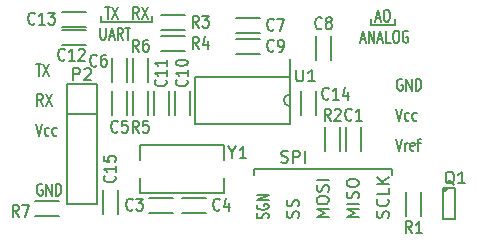
<source format=gbr>
G04 #@! TF.FileFunction,Legend,Top*
%FSLAX46Y46*%
G04 Gerber Fmt 4.6, Leading zero omitted, Abs format (unit mm)*
G04 Created by KiCad (PCBNEW 4.0.1-stable) date 8/1/2016 6:35:50 PM*
%MOMM*%
G01*
G04 APERTURE LIST*
%ADD10C,0.100000*%
%ADD11C,0.177800*%
%ADD12C,0.200000*%
%ADD13C,0.190500*%
%ADD14C,0.150000*%
%ADD15C,0.203200*%
G04 APERTURE END LIST*
D10*
D11*
X33092571Y9446381D02*
X33346571Y8430381D01*
X33600571Y9446381D01*
X33854572Y8430381D02*
X33854572Y9107714D01*
X33854572Y8914190D02*
X33890857Y9010952D01*
X33927143Y9059333D01*
X33999714Y9107714D01*
X34072286Y9107714D01*
X34616571Y8478762D02*
X34544000Y8430381D01*
X34398857Y8430381D01*
X34326286Y8478762D01*
X34290000Y8575524D01*
X34290000Y8962571D01*
X34326286Y9059333D01*
X34398857Y9107714D01*
X34544000Y9107714D01*
X34616571Y9059333D01*
X34652857Y8962571D01*
X34652857Y8865810D01*
X34290000Y8769048D01*
X34870571Y9107714D02*
X35160857Y9107714D01*
X34979429Y8430381D02*
X34979429Y9301238D01*
X35015714Y9398000D01*
X35088286Y9446381D01*
X35160857Y9446381D01*
X33092571Y11986381D02*
X33346571Y10970381D01*
X33600571Y11986381D01*
X34181143Y11018762D02*
X34108572Y10970381D01*
X33963429Y10970381D01*
X33890857Y11018762D01*
X33854572Y11067143D01*
X33818286Y11163905D01*
X33818286Y11454190D01*
X33854572Y11550952D01*
X33890857Y11599333D01*
X33963429Y11647714D01*
X34108572Y11647714D01*
X34181143Y11599333D01*
X34834286Y11018762D02*
X34761715Y10970381D01*
X34616572Y10970381D01*
X34544000Y11018762D01*
X34507715Y11067143D01*
X34471429Y11163905D01*
X34471429Y11454190D01*
X34507715Y11550952D01*
X34544000Y11599333D01*
X34616572Y11647714D01*
X34761715Y11647714D01*
X34834286Y11599333D01*
X33600571Y14478000D02*
X33528000Y14526381D01*
X33419143Y14526381D01*
X33310286Y14478000D01*
X33237714Y14381238D01*
X33201429Y14284476D01*
X33165143Y14090952D01*
X33165143Y13945810D01*
X33201429Y13752286D01*
X33237714Y13655524D01*
X33310286Y13558762D01*
X33419143Y13510381D01*
X33491714Y13510381D01*
X33600571Y13558762D01*
X33636857Y13607143D01*
X33636857Y13945810D01*
X33491714Y13945810D01*
X33963429Y13510381D02*
X33963429Y14526381D01*
X34398857Y13510381D01*
X34398857Y14526381D01*
X34761715Y13510381D02*
X34761715Y14526381D01*
X34943143Y14526381D01*
X35052000Y14478000D01*
X35124572Y14381238D01*
X35160857Y14284476D01*
X35197143Y14090952D01*
X35197143Y13945810D01*
X35160857Y13752286D01*
X35124572Y13655524D01*
X35052000Y13558762D01*
X34943143Y13510381D01*
X34761715Y13510381D01*
X30117143Y17864667D02*
X30480000Y17864667D01*
X30044571Y17574381D02*
X30298571Y18590381D01*
X30552571Y17574381D01*
X30806572Y17574381D02*
X30806572Y18590381D01*
X31242000Y17574381D01*
X31242000Y18590381D01*
X31568572Y17864667D02*
X31931429Y17864667D01*
X31496000Y17574381D02*
X31750000Y18590381D01*
X32004000Y17574381D01*
X32620858Y17574381D02*
X32258001Y17574381D01*
X32258001Y18590381D01*
X33020000Y18590381D02*
X33165143Y18590381D01*
X33237715Y18542000D01*
X33310286Y18445238D01*
X33346572Y18251714D01*
X33346572Y17913048D01*
X33310286Y17719524D01*
X33237715Y17622762D01*
X33165143Y17574381D01*
X33020000Y17574381D01*
X32947429Y17622762D01*
X32874858Y17719524D01*
X32838572Y17913048D01*
X32838572Y18251714D01*
X32874858Y18445238D01*
X32947429Y18542000D01*
X33020000Y18590381D01*
X34072286Y18542000D02*
X33999715Y18590381D01*
X33890858Y18590381D01*
X33782001Y18542000D01*
X33709429Y18445238D01*
X33673144Y18348476D01*
X33636858Y18154952D01*
X33636858Y18009810D01*
X33673144Y17816286D01*
X33709429Y17719524D01*
X33782001Y17622762D01*
X33890858Y17574381D01*
X33963429Y17574381D01*
X34072286Y17622762D01*
X34108572Y17671143D01*
X34108572Y18009810D01*
X33963429Y18009810D01*
D12*
X33020000Y19050000D02*
X33020000Y19558000D01*
X30988000Y19050000D02*
X33020000Y19050000D01*
X30988000Y19558000D02*
X30988000Y19050000D01*
D11*
X8454571Y20622381D02*
X8890000Y20622381D01*
X8672286Y19606381D02*
X8672286Y20622381D01*
X9071428Y20622381D02*
X9579428Y19606381D01*
X9579428Y20622381D02*
X9071428Y19606381D01*
D12*
X12446000Y19304000D02*
X12446000Y19812000D01*
X8128000Y19304000D02*
X12446000Y19304000D01*
X8128000Y19812000D02*
X8128000Y19304000D01*
D11*
X31387143Y19642667D02*
X31750000Y19642667D01*
X31314571Y19352381D02*
X31568571Y20368381D01*
X31822571Y19352381D01*
X32221714Y20368381D02*
X32366857Y20368381D01*
X32439429Y20320000D01*
X32512000Y20223238D01*
X32548286Y20029714D01*
X32548286Y19691048D01*
X32512000Y19497524D01*
X32439429Y19400762D01*
X32366857Y19352381D01*
X32221714Y19352381D01*
X32149143Y19400762D01*
X32076572Y19497524D01*
X32040286Y19691048D01*
X32040286Y20029714D01*
X32076572Y20223238D01*
X32149143Y20320000D01*
X32221714Y20368381D01*
X11284857Y19606381D02*
X11030857Y20090190D01*
X10849429Y19606381D02*
X10849429Y20622381D01*
X11139714Y20622381D01*
X11212286Y20574000D01*
X11248571Y20525619D01*
X11284857Y20428857D01*
X11284857Y20283714D01*
X11248571Y20186952D01*
X11212286Y20138571D01*
X11139714Y20090190D01*
X10849429Y20090190D01*
X11538857Y20622381D02*
X12046857Y19606381D01*
X12046857Y20622381D02*
X11538857Y19606381D01*
X8055429Y18844381D02*
X8055429Y18021905D01*
X8091714Y17925143D01*
X8128000Y17876762D01*
X8200571Y17828381D01*
X8345714Y17828381D01*
X8418286Y17876762D01*
X8454571Y17925143D01*
X8490857Y18021905D01*
X8490857Y18844381D01*
X8817429Y18118667D02*
X9180286Y18118667D01*
X8744857Y17828381D02*
X8998857Y18844381D01*
X9252857Y17828381D01*
X9942286Y17828381D02*
X9688286Y18312190D01*
X9506858Y17828381D02*
X9506858Y18844381D01*
X9797143Y18844381D01*
X9869715Y18796000D01*
X9906000Y18747619D01*
X9942286Y18650857D01*
X9942286Y18505714D01*
X9906000Y18408952D01*
X9869715Y18360571D01*
X9797143Y18312190D01*
X9506858Y18312190D01*
X10160000Y18844381D02*
X10595429Y18844381D01*
X10377715Y17828381D02*
X10377715Y18844381D01*
X2612571Y15796381D02*
X3048000Y15796381D01*
X2830286Y14780381D02*
X2830286Y15796381D01*
X3229428Y15796381D02*
X3737428Y14780381D01*
X3737428Y15796381D02*
X3229428Y14780381D01*
X3156857Y12240381D02*
X2902857Y12724190D01*
X2721429Y12240381D02*
X2721429Y13256381D01*
X3011714Y13256381D01*
X3084286Y13208000D01*
X3120571Y13159619D01*
X3156857Y13062857D01*
X3156857Y12917714D01*
X3120571Y12820952D01*
X3084286Y12772571D01*
X3011714Y12724190D01*
X2721429Y12724190D01*
X3410857Y13256381D02*
X3918857Y12240381D01*
X3918857Y13256381D02*
X3410857Y12240381D01*
X2612571Y10716381D02*
X2866571Y9700381D01*
X3120571Y10716381D01*
X3701143Y9748762D02*
X3628572Y9700381D01*
X3483429Y9700381D01*
X3410857Y9748762D01*
X3374572Y9797143D01*
X3338286Y9893905D01*
X3338286Y10184190D01*
X3374572Y10280952D01*
X3410857Y10329333D01*
X3483429Y10377714D01*
X3628572Y10377714D01*
X3701143Y10329333D01*
X4354286Y9748762D02*
X4281715Y9700381D01*
X4136572Y9700381D01*
X4064000Y9748762D01*
X4027715Y9797143D01*
X3991429Y9893905D01*
X3991429Y10184190D01*
X4027715Y10280952D01*
X4064000Y10329333D01*
X4136572Y10377714D01*
X4281715Y10377714D01*
X4354286Y10329333D01*
X3120571Y5588000D02*
X3048000Y5636381D01*
X2939143Y5636381D01*
X2830286Y5588000D01*
X2757714Y5491238D01*
X2721429Y5394476D01*
X2685143Y5200952D01*
X2685143Y5055810D01*
X2721429Y4862286D01*
X2757714Y4765524D01*
X2830286Y4668762D01*
X2939143Y4620381D01*
X3011714Y4620381D01*
X3120571Y4668762D01*
X3156857Y4717143D01*
X3156857Y5055810D01*
X3011714Y5055810D01*
X3483429Y4620381D02*
X3483429Y5636381D01*
X3918857Y4620381D01*
X3918857Y5636381D01*
X4281715Y4620381D02*
X4281715Y5636381D01*
X4463143Y5636381D01*
X4572000Y5588000D01*
X4644572Y5491238D01*
X4680857Y5394476D01*
X4717143Y5200952D01*
X4717143Y5055810D01*
X4680857Y4862286D01*
X4644572Y4765524D01*
X4572000Y4668762D01*
X4463143Y4620381D01*
X4281715Y4620381D01*
D13*
X23343810Y7462762D02*
X23488953Y7414381D01*
X23730857Y7414381D01*
X23827619Y7462762D01*
X23876000Y7511143D01*
X23924381Y7607905D01*
X23924381Y7704667D01*
X23876000Y7801429D01*
X23827619Y7849810D01*
X23730857Y7898190D01*
X23537334Y7946571D01*
X23440572Y7994952D01*
X23392191Y8043333D01*
X23343810Y8140095D01*
X23343810Y8236857D01*
X23392191Y8333619D01*
X23440572Y8382000D01*
X23537334Y8430381D01*
X23779238Y8430381D01*
X23924381Y8382000D01*
X24359810Y7414381D02*
X24359810Y8430381D01*
X24746857Y8430381D01*
X24843619Y8382000D01*
X24892000Y8333619D01*
X24940381Y8236857D01*
X24940381Y8091714D01*
X24892000Y7994952D01*
X24843619Y7946571D01*
X24746857Y7898190D01*
X24359810Y7898190D01*
X25375810Y7414381D02*
X25375810Y8430381D01*
D12*
X32766000Y6858000D02*
X32766000Y6350000D01*
X21082000Y6858000D02*
X32766000Y6858000D01*
X21082000Y6350000D02*
X21082000Y6858000D01*
D13*
X32415238Y2733524D02*
X32463619Y2878667D01*
X32463619Y3120571D01*
X32415238Y3217333D01*
X32366857Y3265714D01*
X32270095Y3314095D01*
X32173333Y3314095D01*
X32076571Y3265714D01*
X32028190Y3217333D01*
X31979810Y3120571D01*
X31931429Y2927048D01*
X31883048Y2830286D01*
X31834667Y2781905D01*
X31737905Y2733524D01*
X31641143Y2733524D01*
X31544381Y2781905D01*
X31496000Y2830286D01*
X31447619Y2927048D01*
X31447619Y3168952D01*
X31496000Y3314095D01*
X32366857Y4330095D02*
X32415238Y4281714D01*
X32463619Y4136571D01*
X32463619Y4039809D01*
X32415238Y3894667D01*
X32318476Y3797905D01*
X32221714Y3749524D01*
X32028190Y3701143D01*
X31883048Y3701143D01*
X31689524Y3749524D01*
X31592762Y3797905D01*
X31496000Y3894667D01*
X31447619Y4039809D01*
X31447619Y4136571D01*
X31496000Y4281714D01*
X31544381Y4330095D01*
X32463619Y5249333D02*
X32463619Y4765524D01*
X31447619Y4765524D01*
X32463619Y5588000D02*
X31447619Y5588000D01*
X32463619Y6168571D02*
X31883048Y5733143D01*
X31447619Y6168571D02*
X32028190Y5588000D01*
X29923619Y2781905D02*
X28907619Y2781905D01*
X29633333Y3120571D01*
X28907619Y3459238D01*
X29923619Y3459238D01*
X29923619Y3943048D02*
X28907619Y3943048D01*
X29875238Y4378477D02*
X29923619Y4523620D01*
X29923619Y4765524D01*
X29875238Y4862286D01*
X29826857Y4910667D01*
X29730095Y4959048D01*
X29633333Y4959048D01*
X29536571Y4910667D01*
X29488190Y4862286D01*
X29439810Y4765524D01*
X29391429Y4572001D01*
X29343048Y4475239D01*
X29294667Y4426858D01*
X29197905Y4378477D01*
X29101143Y4378477D01*
X29004381Y4426858D01*
X28956000Y4475239D01*
X28907619Y4572001D01*
X28907619Y4813905D01*
X28956000Y4959048D01*
X28907619Y5588001D02*
X28907619Y5781524D01*
X28956000Y5878286D01*
X29052762Y5975048D01*
X29246286Y6023429D01*
X29584952Y6023429D01*
X29778476Y5975048D01*
X29875238Y5878286D01*
X29923619Y5781524D01*
X29923619Y5588001D01*
X29875238Y5491239D01*
X29778476Y5394477D01*
X29584952Y5346096D01*
X29246286Y5346096D01*
X29052762Y5394477D01*
X28956000Y5491239D01*
X28907619Y5588001D01*
X27383619Y2781905D02*
X26367619Y2781905D01*
X27093333Y3120571D01*
X26367619Y3459238D01*
X27383619Y3459238D01*
X26367619Y4136572D02*
X26367619Y4330095D01*
X26416000Y4426857D01*
X26512762Y4523619D01*
X26706286Y4572000D01*
X27044952Y4572000D01*
X27238476Y4523619D01*
X27335238Y4426857D01*
X27383619Y4330095D01*
X27383619Y4136572D01*
X27335238Y4039810D01*
X27238476Y3943048D01*
X27044952Y3894667D01*
X26706286Y3894667D01*
X26512762Y3943048D01*
X26416000Y4039810D01*
X26367619Y4136572D01*
X27335238Y4959048D02*
X27383619Y5104191D01*
X27383619Y5346095D01*
X27335238Y5442857D01*
X27286857Y5491238D01*
X27190095Y5539619D01*
X27093333Y5539619D01*
X26996571Y5491238D01*
X26948190Y5442857D01*
X26899810Y5346095D01*
X26851429Y5152572D01*
X26803048Y5055810D01*
X26754667Y5007429D01*
X26657905Y4959048D01*
X26561143Y4959048D01*
X26464381Y5007429D01*
X26416000Y5055810D01*
X26367619Y5152572D01*
X26367619Y5394476D01*
X26416000Y5539619D01*
X27383619Y5975048D02*
X26367619Y5975048D01*
X24795238Y2733524D02*
X24843619Y2878667D01*
X24843619Y3120571D01*
X24795238Y3217333D01*
X24746857Y3265714D01*
X24650095Y3314095D01*
X24553333Y3314095D01*
X24456571Y3265714D01*
X24408190Y3217333D01*
X24359810Y3120571D01*
X24311429Y2927048D01*
X24263048Y2830286D01*
X24214667Y2781905D01*
X24117905Y2733524D01*
X24021143Y2733524D01*
X23924381Y2781905D01*
X23876000Y2830286D01*
X23827619Y2927048D01*
X23827619Y3168952D01*
X23876000Y3314095D01*
X24795238Y3701143D02*
X24843619Y3846286D01*
X24843619Y4088190D01*
X24795238Y4184952D01*
X24746857Y4233333D01*
X24650095Y4281714D01*
X24553333Y4281714D01*
X24456571Y4233333D01*
X24408190Y4184952D01*
X24359810Y4088190D01*
X24311429Y3894667D01*
X24263048Y3797905D01*
X24214667Y3749524D01*
X24117905Y3701143D01*
X24021143Y3701143D01*
X23924381Y3749524D01*
X23876000Y3797905D01*
X23827619Y3894667D01*
X23827619Y4136571D01*
X23876000Y4281714D01*
X22255238Y2685143D02*
X22303619Y2794000D01*
X22303619Y2975429D01*
X22255238Y3048000D01*
X22206857Y3084286D01*
X22110095Y3120571D01*
X22013333Y3120571D01*
X21916571Y3084286D01*
X21868190Y3048000D01*
X21819810Y2975429D01*
X21771429Y2830286D01*
X21723048Y2757714D01*
X21674667Y2721429D01*
X21577905Y2685143D01*
X21481143Y2685143D01*
X21384381Y2721429D01*
X21336000Y2757714D01*
X21287619Y2830286D01*
X21287619Y3011714D01*
X21336000Y3120571D01*
X21336000Y3846285D02*
X21287619Y3773714D01*
X21287619Y3664857D01*
X21336000Y3556000D01*
X21432762Y3483428D01*
X21529524Y3447143D01*
X21723048Y3410857D01*
X21868190Y3410857D01*
X22061714Y3447143D01*
X22158476Y3483428D01*
X22255238Y3556000D01*
X22303619Y3664857D01*
X22303619Y3737428D01*
X22255238Y3846285D01*
X22206857Y3882571D01*
X21868190Y3882571D01*
X21868190Y3737428D01*
X22303619Y4209143D02*
X21287619Y4209143D01*
X22303619Y4644571D01*
X21287619Y4644571D01*
D14*
X24066000Y14700000D02*
X24066000Y16200000D01*
X23566000Y12700000D02*
G75*
G03X24066000Y12200000I500000J0D01*
G01*
X24066000Y13200000D02*
G75*
G03X23566000Y12700000I0J-500000D01*
G01*
X24066000Y14700000D02*
X24066000Y10700000D01*
X24066000Y10700000D02*
X16066000Y10700000D01*
X16066000Y10700000D02*
X16066000Y14700000D01*
X16066000Y14700000D02*
X24066000Y14700000D01*
X30099000Y8382000D02*
X30099000Y10414000D01*
X28829000Y8382000D02*
X28829000Y10414000D01*
X12192000Y3175000D02*
X14224000Y3175000D01*
X12192000Y4445000D02*
X14224000Y4445000D01*
X17018000Y4445000D02*
X14986000Y4445000D01*
X17018000Y3175000D02*
X14986000Y3175000D01*
X9017000Y13462000D02*
X9017000Y11430000D01*
X10287000Y13462000D02*
X10287000Y11430000D01*
X9017000Y16256000D02*
X9017000Y14224000D01*
X10287000Y16256000D02*
X10287000Y14224000D01*
X21590000Y19685000D02*
X19558000Y19685000D01*
X21590000Y18415000D02*
X19558000Y18415000D01*
X26289000Y18161000D02*
X26289000Y16129000D01*
X27559000Y18161000D02*
X27559000Y16129000D01*
X21590000Y17907000D02*
X19558000Y17907000D01*
X21590000Y16637000D02*
X19558000Y16637000D01*
X14351000Y13462000D02*
X14351000Y11430000D01*
X15621000Y13462000D02*
X15621000Y11430000D01*
X12573000Y13462000D02*
X12573000Y11430000D01*
X13843000Y13462000D02*
X13843000Y11430000D01*
X6858000Y18669000D02*
X4826000Y18669000D01*
X6858000Y17399000D02*
X4826000Y17399000D01*
X6858000Y20193000D02*
X4826000Y20193000D01*
X6858000Y18923000D02*
X4826000Y18923000D01*
X5207000Y11557000D02*
X5207000Y3937000D01*
X5207000Y3937000D02*
X7747000Y3937000D01*
X7747000Y3937000D02*
X7747000Y11557000D01*
X7747000Y14097000D02*
X7747000Y11557000D01*
X7747000Y11557000D02*
X5207000Y11557000D01*
X5207000Y11557000D02*
X5207000Y14097000D01*
X7747000Y14097000D02*
X5207000Y14097000D01*
X37400550Y5113020D02*
G75*
G03X37400550Y5113020I-159070J0D01*
G01*
X38100000Y2667000D02*
X37084000Y2667000D01*
X38100000Y5270500D02*
X37084000Y5270500D01*
X37084000Y2667000D02*
X37084000Y5270500D01*
X38100000Y5270500D02*
X38100000Y2667000D01*
X35179000Y2921000D02*
X35179000Y4953000D01*
X33909000Y2921000D02*
X33909000Y4953000D01*
X27051000Y10414000D02*
X27051000Y8382000D01*
X28321000Y10414000D02*
X28321000Y8382000D01*
X13208000Y18669000D02*
X15240000Y18669000D01*
X13208000Y19939000D02*
X15240000Y19939000D01*
X13208000Y16891000D02*
X15240000Y16891000D01*
X13208000Y18161000D02*
X15240000Y18161000D01*
X12065000Y11430000D02*
X12065000Y13462000D01*
X10795000Y11430000D02*
X10795000Y13462000D01*
X12065000Y14224000D02*
X12065000Y16256000D01*
X10795000Y14224000D02*
X10795000Y16256000D01*
X25019000Y13462000D02*
X25019000Y11430000D01*
X26289000Y13462000D02*
X26289000Y11430000D01*
X11430000Y7620000D02*
X11430000Y8890000D01*
X11430000Y8890000D02*
X18542000Y8890000D01*
X18542000Y8890000D02*
X18542000Y7620000D01*
X18542000Y6096000D02*
X18542000Y4826000D01*
X18542000Y4826000D02*
X11430000Y4826000D01*
X11430000Y4826000D02*
X11430000Y6096000D01*
X9525000Y3048000D02*
X9525000Y5080000D01*
X8255000Y3048000D02*
X8255000Y5080000D01*
X4572000Y4191000D02*
X2540000Y4191000D01*
X4572000Y2921000D02*
X2540000Y2921000D01*
X24638095Y15279619D02*
X24638095Y14470095D01*
X24685714Y14374857D01*
X24733333Y14327238D01*
X24828571Y14279619D01*
X25019048Y14279619D01*
X25114286Y14327238D01*
X25161905Y14374857D01*
X25209524Y14470095D01*
X25209524Y15279619D01*
X26209524Y14279619D02*
X25638095Y14279619D01*
X25923809Y14279619D02*
X25923809Y15279619D01*
X25828571Y15136762D01*
X25733333Y15041524D01*
X25638095Y14993905D01*
D15*
X29315834Y11067143D02*
X29273500Y11018762D01*
X29146500Y10970381D01*
X29061834Y10970381D01*
X28934834Y11018762D01*
X28850167Y11115524D01*
X28807834Y11212286D01*
X28765500Y11405810D01*
X28765500Y11550952D01*
X28807834Y11744476D01*
X28850167Y11841238D01*
X28934834Y11938000D01*
X29061834Y11986381D01*
X29146500Y11986381D01*
X29273500Y11938000D01*
X29315834Y11889619D01*
X30162500Y10970381D02*
X29654500Y10970381D01*
X29908500Y10970381D02*
X29908500Y11986381D01*
X29823834Y11841238D01*
X29739167Y11744476D01*
X29654500Y11696095D01*
X10773834Y3447143D02*
X10731500Y3398762D01*
X10604500Y3350381D01*
X10519834Y3350381D01*
X10392834Y3398762D01*
X10308167Y3495524D01*
X10265834Y3592286D01*
X10223500Y3785810D01*
X10223500Y3930952D01*
X10265834Y4124476D01*
X10308167Y4221238D01*
X10392834Y4318000D01*
X10519834Y4366381D01*
X10604500Y4366381D01*
X10731500Y4318000D01*
X10773834Y4269619D01*
X11070167Y4366381D02*
X11620500Y4366381D01*
X11324167Y3979333D01*
X11451167Y3979333D01*
X11535834Y3930952D01*
X11578167Y3882571D01*
X11620500Y3785810D01*
X11620500Y3543905D01*
X11578167Y3447143D01*
X11535834Y3398762D01*
X11451167Y3350381D01*
X11197167Y3350381D01*
X11112500Y3398762D01*
X11070167Y3447143D01*
X18139834Y3447143D02*
X18097500Y3398762D01*
X17970500Y3350381D01*
X17885834Y3350381D01*
X17758834Y3398762D01*
X17674167Y3495524D01*
X17631834Y3592286D01*
X17589500Y3785810D01*
X17589500Y3930952D01*
X17631834Y4124476D01*
X17674167Y4221238D01*
X17758834Y4318000D01*
X17885834Y4366381D01*
X17970500Y4366381D01*
X18097500Y4318000D01*
X18139834Y4269619D01*
X18901834Y4027714D02*
X18901834Y3350381D01*
X18690167Y4414762D02*
X18478500Y3689048D01*
X19028834Y3689048D01*
X9503834Y10051143D02*
X9461500Y10002762D01*
X9334500Y9954381D01*
X9249834Y9954381D01*
X9122834Y10002762D01*
X9038167Y10099524D01*
X8995834Y10196286D01*
X8953500Y10389810D01*
X8953500Y10534952D01*
X8995834Y10728476D01*
X9038167Y10825238D01*
X9122834Y10922000D01*
X9249834Y10970381D01*
X9334500Y10970381D01*
X9461500Y10922000D01*
X9503834Y10873619D01*
X10308167Y10970381D02*
X9884834Y10970381D01*
X9842500Y10486571D01*
X9884834Y10534952D01*
X9969500Y10583333D01*
X10181167Y10583333D01*
X10265834Y10534952D01*
X10308167Y10486571D01*
X10350500Y10389810D01*
X10350500Y10147905D01*
X10308167Y10051143D01*
X10265834Y10002762D01*
X10181167Y9954381D01*
X9969500Y9954381D01*
X9884834Y10002762D01*
X9842500Y10051143D01*
X7725834Y15639143D02*
X7683500Y15590762D01*
X7556500Y15542381D01*
X7471834Y15542381D01*
X7344834Y15590762D01*
X7260167Y15687524D01*
X7217834Y15784286D01*
X7175500Y15977810D01*
X7175500Y16122952D01*
X7217834Y16316476D01*
X7260167Y16413238D01*
X7344834Y16510000D01*
X7471834Y16558381D01*
X7556500Y16558381D01*
X7683500Y16510000D01*
X7725834Y16461619D01*
X8487834Y16558381D02*
X8318500Y16558381D01*
X8233834Y16510000D01*
X8191500Y16461619D01*
X8106834Y16316476D01*
X8064500Y16122952D01*
X8064500Y15735905D01*
X8106834Y15639143D01*
X8149167Y15590762D01*
X8233834Y15542381D01*
X8403167Y15542381D01*
X8487834Y15590762D01*
X8530167Y15639143D01*
X8572500Y15735905D01*
X8572500Y15977810D01*
X8530167Y16074571D01*
X8487834Y16122952D01*
X8403167Y16171333D01*
X8233834Y16171333D01*
X8149167Y16122952D01*
X8106834Y16074571D01*
X8064500Y15977810D01*
X22711834Y18687143D02*
X22669500Y18638762D01*
X22542500Y18590381D01*
X22457834Y18590381D01*
X22330834Y18638762D01*
X22246167Y18735524D01*
X22203834Y18832286D01*
X22161500Y19025810D01*
X22161500Y19170952D01*
X22203834Y19364476D01*
X22246167Y19461238D01*
X22330834Y19558000D01*
X22457834Y19606381D01*
X22542500Y19606381D01*
X22669500Y19558000D01*
X22711834Y19509619D01*
X23008167Y19606381D02*
X23600834Y19606381D01*
X23219834Y18590381D01*
X26775834Y18814143D02*
X26733500Y18765762D01*
X26606500Y18717381D01*
X26521834Y18717381D01*
X26394834Y18765762D01*
X26310167Y18862524D01*
X26267834Y18959286D01*
X26225500Y19152810D01*
X26225500Y19297952D01*
X26267834Y19491476D01*
X26310167Y19588238D01*
X26394834Y19685000D01*
X26521834Y19733381D01*
X26606500Y19733381D01*
X26733500Y19685000D01*
X26775834Y19636619D01*
X27283834Y19297952D02*
X27199167Y19346333D01*
X27156834Y19394714D01*
X27114500Y19491476D01*
X27114500Y19539857D01*
X27156834Y19636619D01*
X27199167Y19685000D01*
X27283834Y19733381D01*
X27453167Y19733381D01*
X27537834Y19685000D01*
X27580167Y19636619D01*
X27622500Y19539857D01*
X27622500Y19491476D01*
X27580167Y19394714D01*
X27537834Y19346333D01*
X27453167Y19297952D01*
X27283834Y19297952D01*
X27199167Y19249571D01*
X27156834Y19201190D01*
X27114500Y19104429D01*
X27114500Y18910905D01*
X27156834Y18814143D01*
X27199167Y18765762D01*
X27283834Y18717381D01*
X27453167Y18717381D01*
X27537834Y18765762D01*
X27580167Y18814143D01*
X27622500Y18910905D01*
X27622500Y19104429D01*
X27580167Y19201190D01*
X27537834Y19249571D01*
X27453167Y19297952D01*
X22711834Y16909143D02*
X22669500Y16860762D01*
X22542500Y16812381D01*
X22457834Y16812381D01*
X22330834Y16860762D01*
X22246167Y16957524D01*
X22203834Y17054286D01*
X22161500Y17247810D01*
X22161500Y17392952D01*
X22203834Y17586476D01*
X22246167Y17683238D01*
X22330834Y17780000D01*
X22457834Y17828381D01*
X22542500Y17828381D01*
X22669500Y17780000D01*
X22711834Y17731619D01*
X23135167Y16812381D02*
X23304500Y16812381D01*
X23389167Y16860762D01*
X23431500Y16909143D01*
X23516167Y17054286D01*
X23558500Y17247810D01*
X23558500Y17634857D01*
X23516167Y17731619D01*
X23473834Y17780000D01*
X23389167Y17828381D01*
X23219834Y17828381D01*
X23135167Y17780000D01*
X23092834Y17731619D01*
X23050500Y17634857D01*
X23050500Y17392952D01*
X23092834Y17296190D01*
X23135167Y17247810D01*
X23219834Y17199429D01*
X23389167Y17199429D01*
X23473834Y17247810D01*
X23516167Y17296190D01*
X23558500Y17392952D01*
X15348857Y14414500D02*
X15397238Y14372166D01*
X15445619Y14245166D01*
X15445619Y14160500D01*
X15397238Y14033500D01*
X15300476Y13948833D01*
X15203714Y13906500D01*
X15010190Y13864166D01*
X14865048Y13864166D01*
X14671524Y13906500D01*
X14574762Y13948833D01*
X14478000Y14033500D01*
X14429619Y14160500D01*
X14429619Y14245166D01*
X14478000Y14372166D01*
X14526381Y14414500D01*
X15445619Y15261166D02*
X15445619Y14753166D01*
X15445619Y15007166D02*
X14429619Y15007166D01*
X14574762Y14922500D01*
X14671524Y14837833D01*
X14719905Y14753166D01*
X14429619Y15811500D02*
X14429619Y15896167D01*
X14478000Y15980833D01*
X14526381Y16023167D01*
X14623143Y16065500D01*
X14816667Y16107833D01*
X15058571Y16107833D01*
X15252095Y16065500D01*
X15348857Y16023167D01*
X15397238Y15980833D01*
X15445619Y15896167D01*
X15445619Y15811500D01*
X15397238Y15726833D01*
X15348857Y15684500D01*
X15252095Y15642167D01*
X15058571Y15599833D01*
X14816667Y15599833D01*
X14623143Y15642167D01*
X14526381Y15684500D01*
X14478000Y15726833D01*
X14429619Y15811500D01*
X13570857Y14414500D02*
X13619238Y14372166D01*
X13667619Y14245166D01*
X13667619Y14160500D01*
X13619238Y14033500D01*
X13522476Y13948833D01*
X13425714Y13906500D01*
X13232190Y13864166D01*
X13087048Y13864166D01*
X12893524Y13906500D01*
X12796762Y13948833D01*
X12700000Y14033500D01*
X12651619Y14160500D01*
X12651619Y14245166D01*
X12700000Y14372166D01*
X12748381Y14414500D01*
X13667619Y15261166D02*
X13667619Y14753166D01*
X13667619Y15007166D02*
X12651619Y15007166D01*
X12796762Y14922500D01*
X12893524Y14837833D01*
X12941905Y14753166D01*
X13667619Y16107833D02*
X13667619Y15599833D01*
X13667619Y15853833D02*
X12651619Y15853833D01*
X12796762Y15769167D01*
X12893524Y15684500D01*
X12941905Y15599833D01*
X5016500Y16147143D02*
X4974166Y16098762D01*
X4847166Y16050381D01*
X4762500Y16050381D01*
X4635500Y16098762D01*
X4550833Y16195524D01*
X4508500Y16292286D01*
X4466166Y16485810D01*
X4466166Y16630952D01*
X4508500Y16824476D01*
X4550833Y16921238D01*
X4635500Y17018000D01*
X4762500Y17066381D01*
X4847166Y17066381D01*
X4974166Y17018000D01*
X5016500Y16969619D01*
X5863166Y16050381D02*
X5355166Y16050381D01*
X5609166Y16050381D02*
X5609166Y17066381D01*
X5524500Y16921238D01*
X5439833Y16824476D01*
X5355166Y16776095D01*
X6201833Y16969619D02*
X6244167Y17018000D01*
X6328833Y17066381D01*
X6540500Y17066381D01*
X6625167Y17018000D01*
X6667500Y16969619D01*
X6709833Y16872857D01*
X6709833Y16776095D01*
X6667500Y16630952D01*
X6159500Y16050381D01*
X6709833Y16050381D01*
X2476500Y19195143D02*
X2434166Y19146762D01*
X2307166Y19098381D01*
X2222500Y19098381D01*
X2095500Y19146762D01*
X2010833Y19243524D01*
X1968500Y19340286D01*
X1926166Y19533810D01*
X1926166Y19678952D01*
X1968500Y19872476D01*
X2010833Y19969238D01*
X2095500Y20066000D01*
X2222500Y20114381D01*
X2307166Y20114381D01*
X2434166Y20066000D01*
X2476500Y20017619D01*
X3323166Y19098381D02*
X2815166Y19098381D01*
X3069166Y19098381D02*
X3069166Y20114381D01*
X2984500Y19969238D01*
X2899833Y19872476D01*
X2815166Y19824095D01*
X3619500Y20114381D02*
X4169833Y20114381D01*
X3873500Y19727333D01*
X4000500Y19727333D01*
X4085167Y19678952D01*
X4127500Y19630571D01*
X4169833Y19533810D01*
X4169833Y19291905D01*
X4127500Y19195143D01*
X4085167Y19146762D01*
X4000500Y19098381D01*
X3746500Y19098381D01*
X3661833Y19146762D01*
X3619500Y19195143D01*
D14*
X5738905Y14406619D02*
X5738905Y15406619D01*
X6119858Y15406619D01*
X6215096Y15359000D01*
X6262715Y15311381D01*
X6310334Y15216143D01*
X6310334Y15073286D01*
X6262715Y14978048D01*
X6215096Y14930429D01*
X6119858Y14882810D01*
X5738905Y14882810D01*
X6691286Y15311381D02*
X6738905Y15359000D01*
X6834143Y15406619D01*
X7072239Y15406619D01*
X7167477Y15359000D01*
X7215096Y15311381D01*
X7262715Y15216143D01*
X7262715Y15120905D01*
X7215096Y14978048D01*
X6643667Y14406619D01*
X7262715Y14406619D01*
X38004762Y5548381D02*
X37909524Y5596000D01*
X37814286Y5691238D01*
X37671429Y5834095D01*
X37576190Y5881714D01*
X37480952Y5881714D01*
X37528571Y5643619D02*
X37433333Y5691238D01*
X37338095Y5786476D01*
X37290476Y5976952D01*
X37290476Y6310286D01*
X37338095Y6500762D01*
X37433333Y6596000D01*
X37528571Y6643619D01*
X37719048Y6643619D01*
X37814286Y6596000D01*
X37909524Y6500762D01*
X37957143Y6310286D01*
X37957143Y5976952D01*
X37909524Y5786476D01*
X37814286Y5691238D01*
X37719048Y5643619D01*
X37528571Y5643619D01*
X38909524Y5643619D02*
X38338095Y5643619D01*
X38623809Y5643619D02*
X38623809Y6643619D01*
X38528571Y6500762D01*
X38433333Y6405524D01*
X38338095Y6357905D01*
D15*
X34395834Y1445381D02*
X34099500Y1929190D01*
X33887834Y1445381D02*
X33887834Y2461381D01*
X34226500Y2461381D01*
X34311167Y2413000D01*
X34353500Y2364619D01*
X34395834Y2267857D01*
X34395834Y2122714D01*
X34353500Y2025952D01*
X34311167Y1977571D01*
X34226500Y1929190D01*
X33887834Y1929190D01*
X35242500Y1445381D02*
X34734500Y1445381D01*
X34988500Y1445381D02*
X34988500Y2461381D01*
X34903834Y2316238D01*
X34819167Y2219476D01*
X34734500Y2171095D01*
X27537834Y10970381D02*
X27241500Y11454190D01*
X27029834Y10970381D02*
X27029834Y11986381D01*
X27368500Y11986381D01*
X27453167Y11938000D01*
X27495500Y11889619D01*
X27537834Y11792857D01*
X27537834Y11647714D01*
X27495500Y11550952D01*
X27453167Y11502571D01*
X27368500Y11454190D01*
X27029834Y11454190D01*
X27876500Y11889619D02*
X27918834Y11938000D01*
X28003500Y11986381D01*
X28215167Y11986381D01*
X28299834Y11938000D01*
X28342167Y11889619D01*
X28384500Y11792857D01*
X28384500Y11696095D01*
X28342167Y11550952D01*
X27834167Y10970381D01*
X28384500Y10970381D01*
X16361834Y18844381D02*
X16065500Y19328190D01*
X15853834Y18844381D02*
X15853834Y19860381D01*
X16192500Y19860381D01*
X16277167Y19812000D01*
X16319500Y19763619D01*
X16361834Y19666857D01*
X16361834Y19521714D01*
X16319500Y19424952D01*
X16277167Y19376571D01*
X16192500Y19328190D01*
X15853834Y19328190D01*
X16658167Y19860381D02*
X17208500Y19860381D01*
X16912167Y19473333D01*
X17039167Y19473333D01*
X17123834Y19424952D01*
X17166167Y19376571D01*
X17208500Y19279810D01*
X17208500Y19037905D01*
X17166167Y18941143D01*
X17123834Y18892762D01*
X17039167Y18844381D01*
X16785167Y18844381D01*
X16700500Y18892762D01*
X16658167Y18941143D01*
X16361834Y17066381D02*
X16065500Y17550190D01*
X15853834Y17066381D02*
X15853834Y18082381D01*
X16192500Y18082381D01*
X16277167Y18034000D01*
X16319500Y17985619D01*
X16361834Y17888857D01*
X16361834Y17743714D01*
X16319500Y17646952D01*
X16277167Y17598571D01*
X16192500Y17550190D01*
X15853834Y17550190D01*
X17123834Y17743714D02*
X17123834Y17066381D01*
X16912167Y18130762D02*
X16700500Y17405048D01*
X17250834Y17405048D01*
X11281834Y9954381D02*
X10985500Y10438190D01*
X10773834Y9954381D02*
X10773834Y10970381D01*
X11112500Y10970381D01*
X11197167Y10922000D01*
X11239500Y10873619D01*
X11281834Y10776857D01*
X11281834Y10631714D01*
X11239500Y10534952D01*
X11197167Y10486571D01*
X11112500Y10438190D01*
X10773834Y10438190D01*
X12086167Y10970381D02*
X11662834Y10970381D01*
X11620500Y10486571D01*
X11662834Y10534952D01*
X11747500Y10583333D01*
X11959167Y10583333D01*
X12043834Y10534952D01*
X12086167Y10486571D01*
X12128500Y10389810D01*
X12128500Y10147905D01*
X12086167Y10051143D01*
X12043834Y10002762D01*
X11959167Y9954381D01*
X11747500Y9954381D01*
X11662834Y10002762D01*
X11620500Y10051143D01*
X11281834Y16812381D02*
X10985500Y17296190D01*
X10773834Y16812381D02*
X10773834Y17828381D01*
X11112500Y17828381D01*
X11197167Y17780000D01*
X11239500Y17731619D01*
X11281834Y17634857D01*
X11281834Y17489714D01*
X11239500Y17392952D01*
X11197167Y17344571D01*
X11112500Y17296190D01*
X10773834Y17296190D01*
X12043834Y17828381D02*
X11874500Y17828381D01*
X11789834Y17780000D01*
X11747500Y17731619D01*
X11662834Y17586476D01*
X11620500Y17392952D01*
X11620500Y17005905D01*
X11662834Y16909143D01*
X11705167Y16860762D01*
X11789834Y16812381D01*
X11959167Y16812381D01*
X12043834Y16860762D01*
X12086167Y16909143D01*
X12128500Y17005905D01*
X12128500Y17247810D01*
X12086167Y17344571D01*
X12043834Y17392952D01*
X11959167Y17441333D01*
X11789834Y17441333D01*
X11705167Y17392952D01*
X11662834Y17344571D01*
X11620500Y17247810D01*
X27368500Y12845143D02*
X27326166Y12796762D01*
X27199166Y12748381D01*
X27114500Y12748381D01*
X26987500Y12796762D01*
X26902833Y12893524D01*
X26860500Y12990286D01*
X26818166Y13183810D01*
X26818166Y13328952D01*
X26860500Y13522476D01*
X26902833Y13619238D01*
X26987500Y13716000D01*
X27114500Y13764381D01*
X27199166Y13764381D01*
X27326166Y13716000D01*
X27368500Y13667619D01*
X28215166Y12748381D02*
X27707166Y12748381D01*
X27961166Y12748381D02*
X27961166Y13764381D01*
X27876500Y13619238D01*
X27791833Y13522476D01*
X27707166Y13474095D01*
X28977167Y13425714D02*
X28977167Y12748381D01*
X28765500Y13812762D02*
X28553833Y13087048D01*
X29104167Y13087048D01*
D14*
X19208809Y8278810D02*
X19208809Y7802619D01*
X18875476Y8802619D02*
X19208809Y8278810D01*
X19542143Y8802619D01*
X20399286Y7802619D02*
X19827857Y7802619D01*
X20113571Y7802619D02*
X20113571Y8802619D01*
X20018333Y8659762D01*
X19923095Y8564524D01*
X19827857Y8516905D01*
D15*
X9252857Y6286500D02*
X9301238Y6244166D01*
X9349619Y6117166D01*
X9349619Y6032500D01*
X9301238Y5905500D01*
X9204476Y5820833D01*
X9107714Y5778500D01*
X8914190Y5736166D01*
X8769048Y5736166D01*
X8575524Y5778500D01*
X8478762Y5820833D01*
X8382000Y5905500D01*
X8333619Y6032500D01*
X8333619Y6117166D01*
X8382000Y6244166D01*
X8430381Y6286500D01*
X9349619Y7133166D02*
X9349619Y6625166D01*
X9349619Y6879166D02*
X8333619Y6879166D01*
X8478762Y6794500D01*
X8575524Y6709833D01*
X8623905Y6625166D01*
X8333619Y7937500D02*
X8333619Y7514167D01*
X8817429Y7471833D01*
X8769048Y7514167D01*
X8720667Y7598833D01*
X8720667Y7810500D01*
X8769048Y7895167D01*
X8817429Y7937500D01*
X8914190Y7979833D01*
X9156095Y7979833D01*
X9252857Y7937500D01*
X9301238Y7895167D01*
X9349619Y7810500D01*
X9349619Y7598833D01*
X9301238Y7514167D01*
X9252857Y7471833D01*
X1121834Y2842381D02*
X825500Y3326190D01*
X613834Y2842381D02*
X613834Y3858381D01*
X952500Y3858381D01*
X1037167Y3810000D01*
X1079500Y3761619D01*
X1121834Y3664857D01*
X1121834Y3519714D01*
X1079500Y3422952D01*
X1037167Y3374571D01*
X952500Y3326190D01*
X613834Y3326190D01*
X1418167Y3858381D02*
X2010834Y3858381D01*
X1629834Y2842381D01*
M02*

</source>
